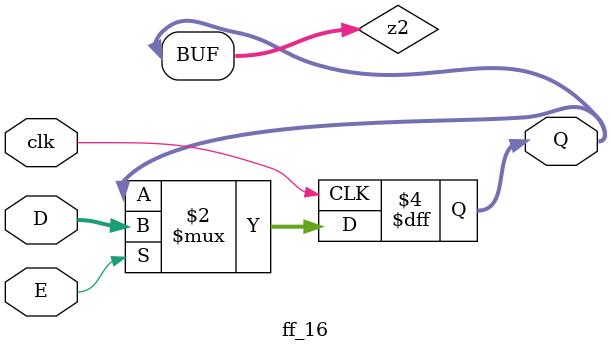
<source format=v>
module ff_16 (D,Q,clk,E);
parameter MEM_WIDTH = 16 ;
input clk,E ;
input [MEM_WIDTH-1:0] D ;
output reg [MEM_WIDTH-1:0] Q ;
always @(posedge clk) begin
	if (E) begin
		Q <= D ;
	end
end
wire [MEM_WIDTH-1:0] z2 ;
assign z2 = Q ;
endmodule











</source>
